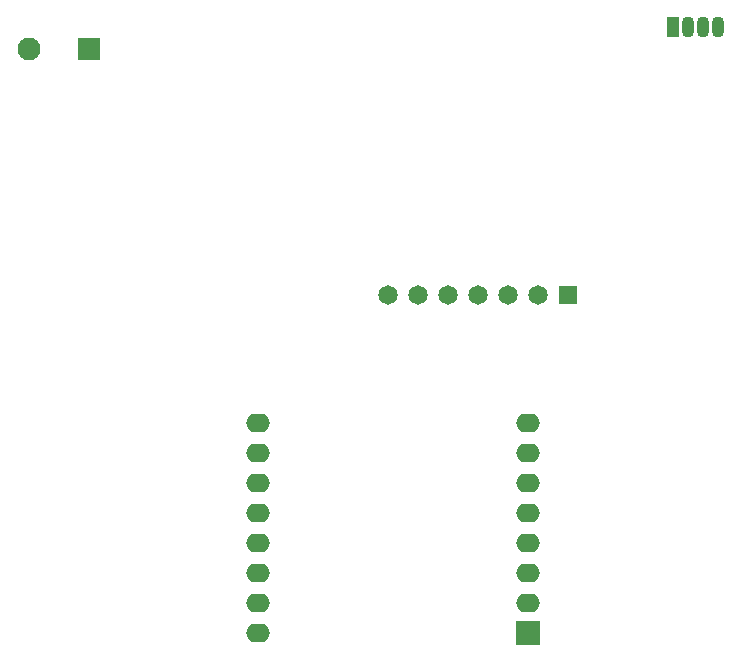
<source format=gbr>
%TF.GenerationSoftware,KiCad,Pcbnew,9.0.2*%
%TF.CreationDate,2025-06-18T12:47:49+02:00*%
%TF.ProjectId,cd30 Luftsensor Projekt ,63643330-204c-4756-9674-73656e736f72,rev?*%
%TF.SameCoordinates,Original*%
%TF.FileFunction,Copper,L2,Bot*%
%TF.FilePolarity,Positive*%
%FSLAX46Y46*%
G04 Gerber Fmt 4.6, Leading zero omitted, Abs format (unit mm)*
G04 Created by KiCad (PCBNEW 9.0.2) date 2025-06-18 12:47:49*
%MOMM*%
%LPD*%
G01*
G04 APERTURE LIST*
%TA.AperFunction,ComponentPad*%
%ADD10R,1.650000X1.650000*%
%TD*%
%TA.AperFunction,ComponentPad*%
%ADD11C,1.650000*%
%TD*%
%TA.AperFunction,ComponentPad*%
%ADD12R,2.000000X2.000000*%
%TD*%
%TA.AperFunction,ComponentPad*%
%ADD13O,2.000000X1.600000*%
%TD*%
%TA.AperFunction,ComponentPad*%
%ADD14R,1.950000X1.950000*%
%TD*%
%TA.AperFunction,ComponentPad*%
%ADD15C,1.950000*%
%TD*%
%TA.AperFunction,ComponentPad*%
%ADD16R,1.070000X1.800000*%
%TD*%
%TA.AperFunction,ComponentPad*%
%ADD17O,1.070000X1.800000*%
%TD*%
G04 APERTURE END LIST*
D10*
%TO.P,U2,1,VDD*%
%TO.N,Net-(D1-VDD)*%
X165312500Y-72675000D03*
D11*
%TO.P,U2,2,GND*%
%TO.N,Net-(D1-GND)*%
X162772500Y-72675000D03*
%TO.P,U2,3,TX/SCL*%
%TO.N,Net-(U1-SCL{slash}D1)*%
X160232500Y-72675000D03*
%TO.P,U2,4,RX/SDA*%
%TO.N,Net-(U1-SDA{slash}D2)*%
X157692500Y-72675000D03*
%TO.P,U2,5,RDY*%
%TO.N,unconnected-(U2-RDY-Pad5)*%
X155152500Y-72675000D03*
%TO.P,U2,6,PWM*%
%TO.N,unconnected-(U2-PWM-Pad6)*%
X152612500Y-72675000D03*
%TO.P,U2,7,SEL*%
%TO.N,unconnected-(U2-SEL-Pad7)*%
X150072500Y-72675000D03*
%TD*%
D12*
%TO.P,U1,1,~{RST}*%
%TO.N,unconnected-(U1-~{RST}-Pad1)*%
X161950000Y-101310000D03*
D13*
%TO.P,U1,2,A0*%
%TO.N,unconnected-(U1-A0-Pad2)*%
X161950000Y-98770000D03*
%TO.P,U1,3,D0*%
%TO.N,unconnected-(U1-D0-Pad3)*%
X161950000Y-96230000D03*
%TO.P,U1,4,SCK/D5*%
%TO.N,unconnected-(U1-SCK{slash}D5-Pad4)*%
X161950000Y-93690000D03*
%TO.P,U1,5,MISO/D6*%
%TO.N,unconnected-(U1-MISO{slash}D6-Pad5)*%
X161950000Y-91150000D03*
%TO.P,U1,6,MOSI/D7*%
%TO.N,unconnected-(U1-MOSI{slash}D7-Pad6)*%
X161950000Y-88610000D03*
%TO.P,U1,7,CS/D8*%
%TO.N,unconnected-(U1-CS{slash}D8-Pad7)*%
X161950000Y-86070000D03*
%TO.P,U1,8,3V3*%
%TO.N,unconnected-(U1-3V3-Pad8)*%
X161950000Y-83530000D03*
%TO.P,U1,9,5V*%
%TO.N,Net-(D1-VDD)*%
X139090000Y-83530000D03*
%TO.P,U1,10,GND*%
%TO.N,Net-(D1-GND)*%
X139090000Y-86070000D03*
%TO.P,U1,11,D4*%
%TO.N,Net-(D1-DI)*%
X139090000Y-88610000D03*
%TO.P,U1,12,D3*%
%TO.N,unconnected-(U1-D3-Pad12)*%
X139090000Y-91150000D03*
%TO.P,U1,13,SDA/D2*%
%TO.N,Net-(U1-SDA{slash}D2)*%
X139090000Y-93690000D03*
%TO.P,U1,14,SCL/D1*%
%TO.N,Net-(U1-SCL{slash}D1)*%
X139090000Y-96230000D03*
%TO.P,U1,15,RX*%
%TO.N,unconnected-(U1-RX-Pad15)*%
X139090000Y-98770000D03*
%TO.P,U1,16,TX*%
%TO.N,unconnected-(U1-TX-Pad16)*%
X139090000Y-101310000D03*
%TD*%
D14*
%TO.P,J1,1,1*%
%TO.N,Net-(D1-VDD)*%
X124775000Y-51800000D03*
D15*
%TO.P,J1,2,2*%
%TO.N,Net-(D1-GND)*%
X119695000Y-51800000D03*
%TD*%
D16*
%TO.P,D1,1,DO*%
%TO.N,unconnected-(D1-DO-Pad1)*%
X174235000Y-49925000D03*
D17*
%TO.P,D1,2,GND*%
%TO.N,Net-(D1-GND)*%
X175505000Y-49925000D03*
%TO.P,D1,3,VDD*%
%TO.N,Net-(D1-VDD)*%
X176775000Y-49925000D03*
%TO.P,D1,4,DI*%
%TO.N,Net-(D1-DI)*%
X178045000Y-49925000D03*
%TD*%
M02*

</source>
